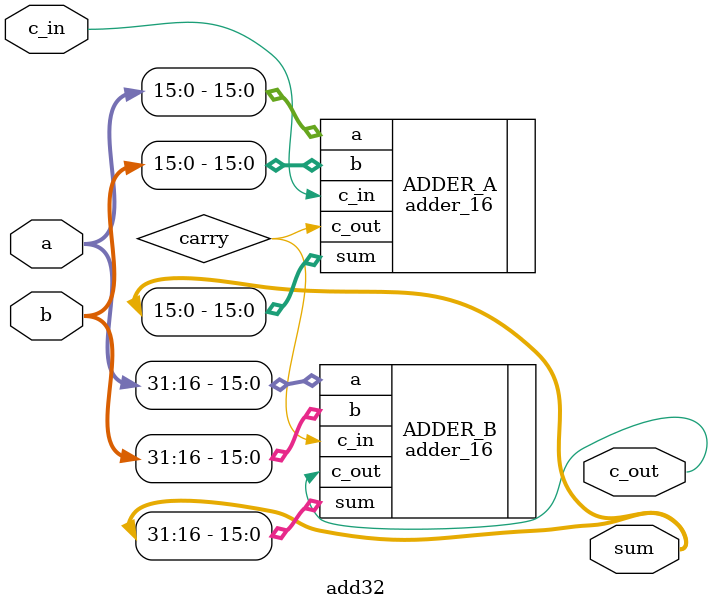
<source format=sv>
/*
  a 32 bit adder daisy chaining 2
  16 bit adders
*/

module add32(a, b, c_in, sum, c_out);

input  wire [31:0] a, b;
input wire c_in;
output logic [31:0] sum;
output logic c_out;

wire carry;

adder_16 ADDER_A(
  .a(a[15:0]),
  .b(b[15:0]),
  .c_in(c_in),
  .sum(sum[15:0]),
  .c_out(carry)
);

adder_16 ADDER_B(
  .a(a[31:16]),
  .b(b[31:16]),
  .c_in(carry),
  .sum(sum[31:16]),
  .c_out(c_out)
);


endmodule
</source>
